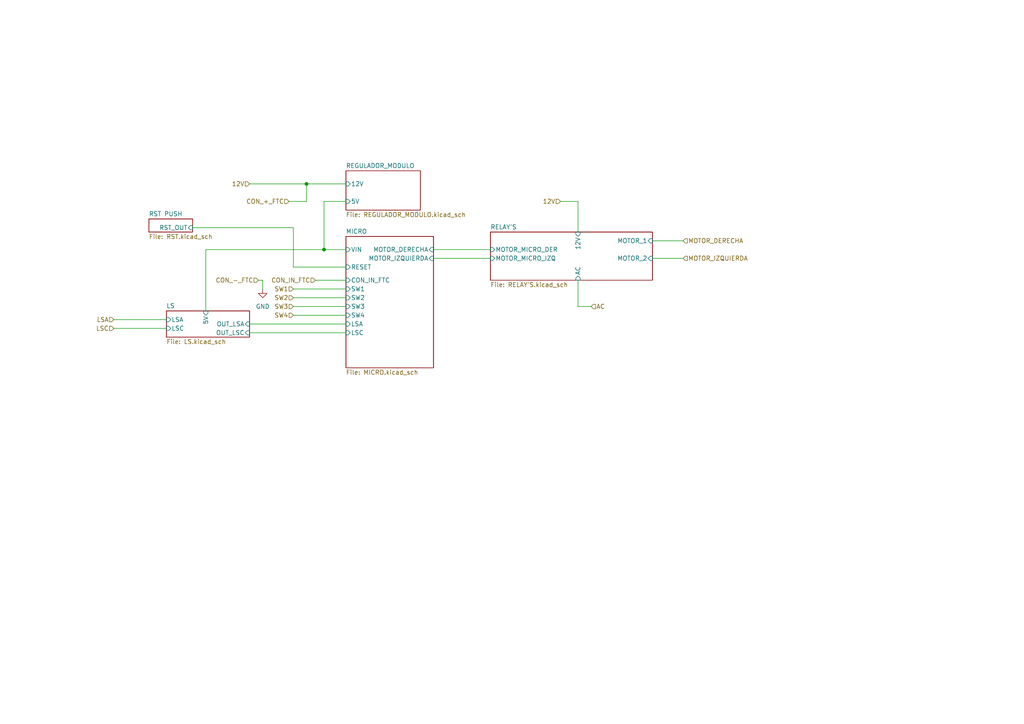
<source format=kicad_sch>
(kicad_sch
	(version 20250114)
	(generator "eeschema")
	(generator_version "9.0")
	(uuid "20594c08-2dfa-4537-8efc-1c647b1e881b")
	(paper "A4")
	(lib_symbols
		(symbol "power:GND"
			(power)
			(pin_numbers
				(hide yes)
			)
			(pin_names
				(offset 0)
				(hide yes)
			)
			(exclude_from_sim no)
			(in_bom yes)
			(on_board yes)
			(property "Reference" "#PWR"
				(at 0 -6.35 0)
				(effects
					(font
						(size 1.27 1.27)
					)
					(hide yes)
				)
			)
			(property "Value" "GND"
				(at 0 -3.81 0)
				(effects
					(font
						(size 1.27 1.27)
					)
				)
			)
			(property "Footprint" ""
				(at 0 0 0)
				(effects
					(font
						(size 1.27 1.27)
					)
					(hide yes)
				)
			)
			(property "Datasheet" ""
				(at 0 0 0)
				(effects
					(font
						(size 1.27 1.27)
					)
					(hide yes)
				)
			)
			(property "Description" "Power symbol creates a global label with name \"GND\" , ground"
				(at 0 0 0)
				(effects
					(font
						(size 1.27 1.27)
					)
					(hide yes)
				)
			)
			(property "ki_keywords" "global power"
				(at 0 0 0)
				(effects
					(font
						(size 1.27 1.27)
					)
					(hide yes)
				)
			)
			(symbol "GND_0_1"
				(polyline
					(pts
						(xy 0 0) (xy 0 -1.27) (xy 1.27 -1.27) (xy 0 -2.54) (xy -1.27 -1.27) (xy 0 -1.27)
					)
					(stroke
						(width 0)
						(type default)
					)
					(fill
						(type none)
					)
				)
			)
			(symbol "GND_1_1"
				(pin power_in line
					(at 0 0 270)
					(length 0)
					(name "~"
						(effects
							(font
								(size 1.27 1.27)
							)
						)
					)
					(number "1"
						(effects
							(font
								(size 1.27 1.27)
							)
						)
					)
				)
			)
			(embedded_fonts no)
		)
	)
	(junction
		(at 93.98 72.39)
		(diameter 0)
		(color 0 0 0 0)
		(uuid "6f09d5db-b95f-41e2-aef1-033d3fd8ad57")
	)
	(junction
		(at 88.9 53.34)
		(diameter 0)
		(color 0 0 0 0)
		(uuid "76ab1769-982f-4108-8200-1d157ca52bb8")
	)
	(wire
		(pts
			(xy 88.9 58.42) (xy 88.9 53.34)
		)
		(stroke
			(width 0)
			(type default)
		)
		(uuid "11ada570-fce7-4764-a247-218bbb2d5743")
	)
	(wire
		(pts
			(xy 125.73 72.39) (xy 142.24 72.39)
		)
		(stroke
			(width 0)
			(type default)
		)
		(uuid "11fc359a-58ad-4ad3-978b-661c5de65c13")
	)
	(wire
		(pts
			(xy 91.44 81.28) (xy 100.33 81.28)
		)
		(stroke
			(width 0)
			(type default)
		)
		(uuid "19e3e7bb-9aae-4a4d-ab1a-82f7139b1b2f")
	)
	(wire
		(pts
			(xy 85.09 86.36) (xy 100.33 86.36)
		)
		(stroke
			(width 0)
			(type default)
		)
		(uuid "21b63004-5801-4217-8fd3-b82f5c689bad")
	)
	(wire
		(pts
			(xy 85.09 66.04) (xy 85.09 77.47)
		)
		(stroke
			(width 0)
			(type default)
		)
		(uuid "28b37af5-968b-43a1-b80c-73340cbb2a88")
	)
	(wire
		(pts
			(xy 85.09 83.82) (xy 100.33 83.82)
		)
		(stroke
			(width 0)
			(type default)
		)
		(uuid "292267e3-da66-4290-89b0-6edb406644f6")
	)
	(wire
		(pts
			(xy 189.23 74.93) (xy 198.12 74.93)
		)
		(stroke
			(width 0)
			(type default)
		)
		(uuid "2f15b558-68ef-4c0d-b32c-0fff1147bad7")
	)
	(wire
		(pts
			(xy 74.93 81.28) (xy 76.2 81.28)
		)
		(stroke
			(width 0)
			(type default)
		)
		(uuid "3ce2baa7-f8f3-43e5-9df4-8cbec0959ad3")
	)
	(wire
		(pts
			(xy 88.9 53.34) (xy 100.33 53.34)
		)
		(stroke
			(width 0)
			(type default)
		)
		(uuid "4b79db9f-a9bb-48b0-bc31-01095fc66f1a")
	)
	(wire
		(pts
			(xy 59.69 72.39) (xy 93.98 72.39)
		)
		(stroke
			(width 0)
			(type default)
		)
		(uuid "53ad7fd2-9257-494a-899c-4b0e3eef86f2")
	)
	(wire
		(pts
			(xy 55.88 66.04) (xy 85.09 66.04)
		)
		(stroke
			(width 0)
			(type default)
		)
		(uuid "55b952fc-37dc-4ee6-801b-3979528bfff0")
	)
	(wire
		(pts
			(xy 85.09 77.47) (xy 100.33 77.47)
		)
		(stroke
			(width 0)
			(type default)
		)
		(uuid "57ba0c8e-301f-4cdc-942f-57235fab7628")
	)
	(wire
		(pts
			(xy 72.39 93.98) (xy 100.33 93.98)
		)
		(stroke
			(width 0)
			(type default)
		)
		(uuid "5c91d3f2-26fa-4d58-be24-30aff68fe47b")
	)
	(wire
		(pts
			(xy 100.33 58.42) (xy 93.98 58.42)
		)
		(stroke
			(width 0)
			(type default)
		)
		(uuid "671dfb34-366c-457d-9088-a05af18230f4")
	)
	(wire
		(pts
			(xy 76.2 81.28) (xy 76.2 83.82)
		)
		(stroke
			(width 0)
			(type default)
		)
		(uuid "7b6bb902-07d0-4806-b262-45c6ed95190b")
	)
	(wire
		(pts
			(xy 93.98 72.39) (xy 100.33 72.39)
		)
		(stroke
			(width 0)
			(type default)
		)
		(uuid "7bf1d197-77f1-4e04-99ee-caf25f6b3afb")
	)
	(wire
		(pts
			(xy 189.23 69.85) (xy 198.12 69.85)
		)
		(stroke
			(width 0)
			(type default)
		)
		(uuid "7c8bded0-cffb-4c89-b6ad-0ad17050cb80")
	)
	(wire
		(pts
			(xy 162.56 58.42) (xy 167.64 58.42)
		)
		(stroke
			(width 0)
			(type default)
		)
		(uuid "7d6aac64-b0b2-4f2b-9fff-61fd20e3a2b5")
	)
	(wire
		(pts
			(xy 171.45 88.9) (xy 167.64 88.9)
		)
		(stroke
			(width 0)
			(type default)
		)
		(uuid "86287cc4-ebb2-4450-98a3-1c64a1d33f8f")
	)
	(wire
		(pts
			(xy 33.02 95.25) (xy 48.26 95.25)
		)
		(stroke
			(width 0)
			(type default)
		)
		(uuid "92976057-1265-46b8-87c7-97d3f8dbc98f")
	)
	(wire
		(pts
			(xy 167.64 88.9) (xy 167.64 81.28)
		)
		(stroke
			(width 0)
			(type default)
		)
		(uuid "9e5d8098-e87f-49ee-bd04-23c34fc5ef80")
	)
	(wire
		(pts
			(xy 33.02 92.71) (xy 48.26 92.71)
		)
		(stroke
			(width 0)
			(type default)
		)
		(uuid "a9a5a956-457d-4379-b573-c6aea5127a0a")
	)
	(wire
		(pts
			(xy 72.39 96.52) (xy 100.33 96.52)
		)
		(stroke
			(width 0)
			(type default)
		)
		(uuid "b2d3582d-5046-44be-a292-c4a1be232561")
	)
	(wire
		(pts
			(xy 125.73 74.93) (xy 142.24 74.93)
		)
		(stroke
			(width 0)
			(type default)
		)
		(uuid "b30c6ea7-385d-4966-a9a2-6801fb10ef0c")
	)
	(wire
		(pts
			(xy 85.09 91.44) (xy 100.33 91.44)
		)
		(stroke
			(width 0)
			(type default)
		)
		(uuid "b371fe77-a1f7-41f3-8b9f-1fcb7b287388")
	)
	(wire
		(pts
			(xy 167.64 58.42) (xy 167.64 67.31)
		)
		(stroke
			(width 0)
			(type default)
		)
		(uuid "bdb17c78-8e06-493b-87d3-b8d79b99909e")
	)
	(wire
		(pts
			(xy 93.98 58.42) (xy 93.98 72.39)
		)
		(stroke
			(width 0)
			(type default)
		)
		(uuid "c3f15e90-e4cf-4814-b125-ee0924653af8")
	)
	(wire
		(pts
			(xy 59.69 90.17) (xy 59.69 72.39)
		)
		(stroke
			(width 0)
			(type default)
		)
		(uuid "cbf5207c-b38f-4c4a-a407-99ec175f69ff")
	)
	(wire
		(pts
			(xy 83.82 58.42) (xy 88.9 58.42)
		)
		(stroke
			(width 0)
			(type default)
		)
		(uuid "d066a24e-df3b-4189-a7d9-0a72cc911c28")
	)
	(wire
		(pts
			(xy 85.09 88.9) (xy 100.33 88.9)
		)
		(stroke
			(width 0)
			(type default)
		)
		(uuid "d14a5ac0-a75f-4182-8998-112a55f51e42")
	)
	(wire
		(pts
			(xy 72.39 53.34) (xy 88.9 53.34)
		)
		(stroke
			(width 0)
			(type default)
		)
		(uuid "e7afa62a-3149-4115-bb23-6b10288c4f32")
	)
	(hierarchical_label "LSA"
		(shape input)
		(at 33.02 92.71 180)
		(effects
			(font
				(size 1.27 1.27)
			)
			(justify right)
		)
		(uuid "0f7a1f50-8510-4de9-8414-ef6735139060")
	)
	(hierarchical_label "SW2"
		(shape input)
		(at 85.09 86.36 180)
		(effects
			(font
				(size 1.27 1.27)
			)
			(justify right)
		)
		(uuid "12739dfb-71c3-48db-b0f2-96cefcdb6f34")
	)
	(hierarchical_label "CON_IN_FTC"
		(shape input)
		(at 91.44 81.28 180)
		(effects
			(font
				(size 1.27 1.27)
			)
			(justify right)
		)
		(uuid "17aecf60-b31c-4238-8659-3f9aab199d62")
	)
	(hierarchical_label "CON_+_FTC"
		(shape input)
		(at 83.82 58.42 180)
		(effects
			(font
				(size 1.27 1.27)
			)
			(justify right)
		)
		(uuid "45b6f0b9-f28e-4285-a58f-b7cba4cf7d2c")
	)
	(hierarchical_label "SW1"
		(shape input)
		(at 85.09 83.82 180)
		(effects
			(font
				(size 1.27 1.27)
			)
			(justify right)
		)
		(uuid "498e9a6f-8403-4b6c-a5fe-27c57c1f5dd3")
	)
	(hierarchical_label "MOTOR_DERECHA"
		(shape input)
		(at 198.12 69.85 0)
		(effects
			(font
				(size 1.27 1.27)
			)
			(justify left)
		)
		(uuid "62bfb495-bca3-440b-b386-18c258967f4d")
	)
	(hierarchical_label "LSC"
		(shape input)
		(at 33.02 95.25 180)
		(effects
			(font
				(size 1.27 1.27)
			)
			(justify right)
		)
		(uuid "7be22076-7c90-42a8-9b68-2247b74ce542")
	)
	(hierarchical_label "12V"
		(shape input)
		(at 162.56 58.42 180)
		(effects
			(font
				(size 1.27 1.27)
			)
			(justify right)
		)
		(uuid "83807799-53ab-4c7f-80e1-748211d1dcd5")
	)
	(hierarchical_label "AC"
		(shape input)
		(at 171.45 88.9 0)
		(effects
			(font
				(size 1.27 1.27)
			)
			(justify left)
		)
		(uuid "89e249e8-f662-4044-9e11-5eb86df36479")
	)
	(hierarchical_label "SW4"
		(shape input)
		(at 85.09 91.44 180)
		(effects
			(font
				(size 1.27 1.27)
			)
			(justify right)
		)
		(uuid "c3460308-1b07-414a-80c7-39e1a1b86559")
	)
	(hierarchical_label "CON_-_FTC"
		(shape input)
		(at 74.93 81.28 180)
		(effects
			(font
				(size 1.27 1.27)
			)
			(justify right)
		)
		(uuid "c9cad522-336a-4b90-86fd-0831071aaeb4")
	)
	(hierarchical_label "12V"
		(shape input)
		(at 72.39 53.34 180)
		(effects
			(font
				(size 1.27 1.27)
			)
			(justify right)
		)
		(uuid "d6ad3570-84d2-4c98-9eba-09f6f1074a85")
	)
	(hierarchical_label "MOTOR_IZQUIERDA"
		(shape input)
		(at 198.12 74.93 0)
		(effects
			(font
				(size 1.27 1.27)
			)
			(justify left)
		)
		(uuid "daf5423e-5768-4d01-9767-ecf3f2867929")
	)
	(hierarchical_label "SW3"
		(shape input)
		(at 85.09 88.9 180)
		(effects
			(font
				(size 1.27 1.27)
			)
			(justify right)
		)
		(uuid "f5ea5121-974f-4583-b26a-03e11ef99cbc")
	)
	(symbol
		(lib_id "power:GND")
		(at 76.2 83.82 0)
		(unit 1)
		(exclude_from_sim no)
		(in_bom yes)
		(on_board yes)
		(dnp no)
		(fields_autoplaced yes)
		(uuid "825f5a1e-1980-4aa1-abd3-fe140e8544de")
		(property "Reference" "#PWR05"
			(at 76.2 90.17 0)
			(effects
				(font
					(size 1.27 1.27)
				)
				(hide yes)
			)
		)
		(property "Value" "GND"
			(at 76.2 88.9 0)
			(effects
				(font
					(size 1.27 1.27)
				)
			)
		)
		(property "Footprint" ""
			(at 76.2 83.82 0)
			(effects
				(font
					(size 1.27 1.27)
				)
				(hide yes)
			)
		)
		(property "Datasheet" ""
			(at 76.2 83.82 0)
			(effects
				(font
					(size 1.27 1.27)
				)
				(hide yes)
			)
		)
		(property "Description" "Power symbol creates a global label with name \"GND\" , ground"
			(at 76.2 83.82 0)
			(effects
				(font
					(size 1.27 1.27)
				)
				(hide yes)
			)
		)
		(pin "1"
			(uuid "328ea63f-71a2-4e9c-a409-2a0458f2fe6f")
		)
		(instances
			(project ""
				(path "/0074ed61-f346-42bd-a29d-d171d80548f4/510462ea-d4f2-4035-93d1-12ab41753ca9"
					(reference "#PWR05")
					(unit 1)
				)
			)
		)
	)
	(sheet
		(at 100.33 68.58)
		(size 25.4 38.1)
		(exclude_from_sim no)
		(in_bom yes)
		(on_board yes)
		(dnp no)
		(fields_autoplaced yes)
		(stroke
			(width 0.1524)
			(type solid)
		)
		(fill
			(color 0 0 0 0.0000)
		)
		(uuid "0290fa9c-6937-4d44-bf9f-4418d5b45de4")
		(property "Sheetname" "MICRO"
			(at 100.33 67.8684 0)
			(effects
				(font
					(size 1.27 1.27)
				)
				(justify left bottom)
			)
		)
		(property "Sheetfile" "MICRO.kicad_sch"
			(at 100.33 107.2646 0)
			(effects
				(font
					(size 1.27 1.27)
				)
				(justify left top)
			)
		)
		(pin "MOTOR_DERECHA" input
			(at 125.73 72.39 0)
			(uuid "43fa4e8e-2bad-4851-8aab-dca2aacb3c76")
			(effects
				(font
					(size 1.27 1.27)
				)
				(justify right)
			)
		)
		(pin "MOTOR_IZQUIERDA" input
			(at 125.73 74.93 0)
			(uuid "6202d3e6-ef23-4a9a-8706-baf4c2498843")
			(effects
				(font
					(size 1.27 1.27)
				)
				(justify right)
			)
		)
		(pin "RESET" input
			(at 100.33 77.47 180)
			(uuid "fa5a9a83-5102-44df-a7d8-654fc1d562d7")
			(effects
				(font
					(size 1.27 1.27)
				)
				(justify left)
			)
		)
		(pin "SW1" input
			(at 100.33 83.82 180)
			(uuid "39288976-1792-449b-9eb4-b1c067f6bd2c")
			(effects
				(font
					(size 1.27 1.27)
				)
				(justify left)
			)
		)
		(pin "SW2" input
			(at 100.33 86.36 180)
			(uuid "eb5680ee-0f65-469c-be21-1d3c72d266ad")
			(effects
				(font
					(size 1.27 1.27)
				)
				(justify left)
			)
		)
		(pin "SW3" input
			(at 100.33 88.9 180)
			(uuid "9ebde641-bcc2-42d3-ad87-95eff9da85cd")
			(effects
				(font
					(size 1.27 1.27)
				)
				(justify left)
			)
		)
		(pin "SW4" input
			(at 100.33 91.44 180)
			(uuid "bf243442-4728-4758-bdeb-92c75a676237")
			(effects
				(font
					(size 1.27 1.27)
				)
				(justify left)
			)
		)
		(pin "VIN" input
			(at 100.33 72.39 180)
			(uuid "f5385468-6220-4e14-84f5-b14addd622a2")
			(effects
				(font
					(size 1.27 1.27)
				)
				(justify left)
			)
		)
		(pin "LSA" input
			(at 100.33 93.98 180)
			(uuid "1c1afd21-877a-47a4-ad9e-48e4436ad5fc")
			(effects
				(font
					(size 1.27 1.27)
				)
				(justify left)
			)
		)
		(pin "LSC" input
			(at 100.33 96.52 180)
			(uuid "42df22f9-e332-4567-bc3d-2959a8b2f23e")
			(effects
				(font
					(size 1.27 1.27)
				)
				(justify left)
			)
		)
		(pin "CON_IN_FTC" input
			(at 100.33 81.28 180)
			(uuid "ca1a3a12-038b-4684-93e9-28fd3e53f827")
			(effects
				(font
					(size 1.27 1.27)
				)
				(justify left)
			)
		)
		(instances
			(project "PLACA"
				(path "/0074ed61-f346-42bd-a29d-d171d80548f4/510462ea-d4f2-4035-93d1-12ab41753ca9"
					(page "4")
				)
			)
		)
	)
	(sheet
		(at 48.26 90.17)
		(size 24.13 7.62)
		(exclude_from_sim no)
		(in_bom yes)
		(on_board yes)
		(dnp no)
		(fields_autoplaced yes)
		(stroke
			(width 0.1524)
			(type solid)
		)
		(fill
			(color 0 0 0 0.0000)
		)
		(uuid "08e067cd-a177-4240-baaf-296b2c3f025f")
		(property "Sheetname" "LS"
			(at 48.26 89.4584 0)
			(effects
				(font
					(size 1.27 1.27)
				)
				(justify left bottom)
			)
		)
		(property "Sheetfile" "LS.kicad_sch"
			(at 48.26 98.3746 0)
			(effects
				(font
					(size 1.27 1.27)
				)
				(justify left top)
			)
		)
		(property "Field2" ""
			(at 48.26 90.17 0)
			(effects
				(font
					(size 1.27 1.27)
				)
			)
		)
		(pin "5V" input
			(at 59.69 90.17 90)
			(uuid "feff5b55-66f2-4a6f-96ef-4ed2f7cffc8d")
			(effects
				(font
					(size 1.27 1.27)
				)
				(justify right)
			)
		)
		(pin "LSA" input
			(at 48.26 92.71 180)
			(uuid "86954b69-cbbd-419e-be6a-ad674a130330")
			(effects
				(font
					(size 1.27 1.27)
				)
				(justify left)
			)
		)
		(pin "LSC" input
			(at 48.26 95.25 180)
			(uuid "61cb4cbe-81ee-4dea-954f-74e0bcd46821")
			(effects
				(font
					(size 1.27 1.27)
				)
				(justify left)
			)
		)
		(pin "OUT_LSA" input
			(at 72.39 93.98 0)
			(uuid "fbaf26a5-6709-48b5-b2ba-4249fa9a45c3")
			(effects
				(font
					(size 1.27 1.27)
				)
				(justify right)
			)
		)
		(pin "OUT_LSC" input
			(at 72.39 96.52 0)
			(uuid "1f7d9904-b91f-4a9b-a204-0bef6e68ebe2")
			(effects
				(font
					(size 1.27 1.27)
				)
				(justify right)
			)
		)
		(instances
			(project "PLACA"
				(path "/0074ed61-f346-42bd-a29d-d171d80548f4/510462ea-d4f2-4035-93d1-12ab41753ca9"
					(page "7")
				)
			)
		)
	)
	(sheet
		(at 142.24 67.31)
		(size 46.99 13.97)
		(exclude_from_sim no)
		(in_bom yes)
		(on_board yes)
		(dnp no)
		(fields_autoplaced yes)
		(stroke
			(width 0.1524)
			(type solid)
		)
		(fill
			(color 0 0 0 0.0000)
		)
		(uuid "4d72f567-8ca2-4863-b5ca-bad80f251460")
		(property "Sheetname" "RELAY'S"
			(at 142.24 66.5984 0)
			(effects
				(font
					(size 1.27 1.27)
				)
				(justify left bottom)
			)
		)
		(property "Sheetfile" "RELAY'S.kicad_sch"
			(at 142.24 81.8646 0)
			(effects
				(font
					(size 1.27 1.27)
				)
				(justify left top)
			)
		)
		(pin "12V" input
			(at 167.64 67.31 90)
			(uuid "d21214fe-02fb-4115-8fb4-afa3f2ce8f20")
			(effects
				(font
					(size 1.27 1.27)
				)
				(justify right)
			)
		)
		(pin "AC" input
			(at 167.64 81.28 270)
			(uuid "f29a4a70-6d24-44cd-b0a1-4d9c8bb748d0")
			(effects
				(font
					(size 1.27 1.27)
				)
				(justify left)
			)
		)
		(pin "MOTOR_1" input
			(at 189.23 69.85 0)
			(uuid "1a1a4113-a26f-4ec1-a702-a0f90ea2bdbe")
			(effects
				(font
					(size 1.27 1.27)
				)
				(justify right)
			)
		)
		(pin "MOTOR_2" input
			(at 189.23 74.93 0)
			(uuid "fe811a72-d02b-458a-8eb2-7480340e0c25")
			(effects
				(font
					(size 1.27 1.27)
				)
				(justify right)
			)
		)
		(pin "MOTOR_MICRO_DER" input
			(at 142.24 72.39 180)
			(uuid "79bb9919-14b3-48ad-ab82-50936b320586")
			(effects
				(font
					(size 1.27 1.27)
				)
				(justify left)
			)
		)
		(pin "MOTOR_MICRO_IZQ" input
			(at 142.24 74.93 180)
			(uuid "ab362dd6-2387-4841-bea8-b8180113199a")
			(effects
				(font
					(size 1.27 1.27)
				)
				(justify left)
			)
		)
		(instances
			(project "PLACA"
				(path "/0074ed61-f346-42bd-a29d-d171d80548f4/510462ea-d4f2-4035-93d1-12ab41753ca9"
					(page "5")
				)
			)
		)
	)
	(sheet
		(at 100.33 49.53)
		(size 21.59 11.43)
		(exclude_from_sim no)
		(in_bom yes)
		(on_board yes)
		(dnp no)
		(fields_autoplaced yes)
		(stroke
			(width 0.1524)
			(type solid)
		)
		(fill
			(color 0 0 0 0.0000)
		)
		(uuid "a8656927-ba41-47a1-a6d1-4bba0cab4005")
		(property "Sheetname" "REGULADOR_MODULO"
			(at 100.33 48.8184 0)
			(effects
				(font
					(size 1.27 1.27)
				)
				(justify left bottom)
			)
		)
		(property "Sheetfile" "REGULADOR_MODULO.kicad_sch"
			(at 100.33 61.5446 0)
			(effects
				(font
					(size 1.27 1.27)
				)
				(justify left top)
			)
		)
		(property "Field2" ""
			(at 100.33 49.53 0)
			(effects
				(font
					(size 1.27 1.27)
				)
			)
		)
		(pin "5V" input
			(at 100.33 58.42 180)
			(uuid "276a1bdc-47fd-4ee1-9b61-b491d1b2462e")
			(effects
				(font
					(size 1.27 1.27)
				)
				(justify left)
			)
		)
		(pin "12V" input
			(at 100.33 53.34 180)
			(uuid "1a2f61e0-48a8-48d8-adec-ec1b42815b56")
			(effects
				(font
					(size 1.27 1.27)
				)
				(justify left)
			)
		)
		(instances
			(project "PLACA"
				(path "/0074ed61-f346-42bd-a29d-d171d80548f4/510462ea-d4f2-4035-93d1-12ab41753ca9"
					(page "6")
				)
			)
		)
	)
	(sheet
		(at 43.18 63.5)
		(size 12.7 3.81)
		(exclude_from_sim no)
		(in_bom yes)
		(on_board yes)
		(dnp no)
		(fields_autoplaced yes)
		(stroke
			(width 0.1524)
			(type solid)
		)
		(fill
			(color 0 0 0 0.0000)
		)
		(uuid "b3f9065f-ff70-432c-bb6d-0a2c512ea445")
		(property "Sheetname" "RST PUSH"
			(at 43.18 62.7884 0)
			(effects
				(font
					(size 1.27 1.27)
				)
				(justify left bottom)
			)
		)
		(property "Sheetfile" "RST.kicad_sch"
			(at 43.18 67.8946 0)
			(effects
				(font
					(size 1.27 1.27)
				)
				(justify left top)
			)
		)
		(pin "RST_OUT" input
			(at 55.88 66.04 0)
			(uuid "4c3022b7-d2bb-4a11-ba60-b143c2eb5065")
			(effects
				(font
					(size 1.27 1.27)
				)
				(justify right)
			)
		)
		(instances
			(project "PLACA"
				(path "/0074ed61-f346-42bd-a29d-d171d80548f4/510462ea-d4f2-4035-93d1-12ab41753ca9"
					(page "8")
				)
			)
		)
	)
)

</source>
